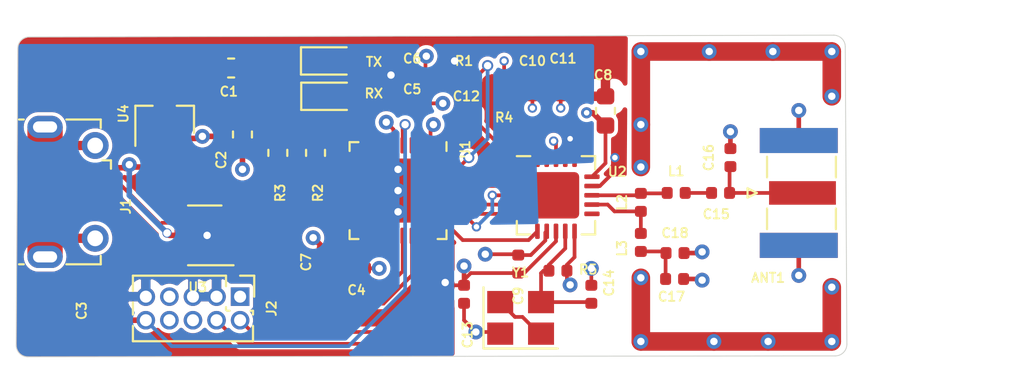
<source format=kicad_pcb>
(kicad_pcb (version 20171130) (host pcbnew "(5.1.5)-3")
  (layers (0 F.Cu signal) (1 In1.Cu signal) (2 In2.Cu signal) (31 B.Cu signal) (34 B.Paste user) (35 F.Paste user) (36 B.SilkS user) (37 F.SilkS user) (38 B.Mask user) (39 F.Mask user) (44 Edge.Cuts user))
  (net 0 "")
  (net 1 GND)
  (net 2 +3V3)
  (net 3 NRST)
  (net 4 "Net-(C12-Pad1)")
  (net 5 NRF_XC1)
  (net 6 NRF_XC2)
  (net 7 "Net-(C15-Pad2)")
  (net 8 "Net-(C17-Pad1)")
  (net 9 "Net-(D1-Pad2)")
  (net 10 "Net-(D1-Pad1)")
  (net 11 "Net-(D2-Pad2)")
  (net 12 "Net-(D2-Pad1)")
  (net 13 +5V)
  (net 14 "Net-(J1-Pad6)")
  (net 15 USB_CONN_D+)
  (net 16 USB_CONN_D-)
  (net 17 SWCLK)
  (net 18 SWDIO)
  (net 19 NRF_ANT2)
  (net 20 NRF_ANT1)
  (net 21 "Net-(R1-Pad1)")
  (net 22 "Net-(R4-Pad2)")
  (net 23 NRF_CE)
  (net 24 SPI3_ICS)
  (net 25 SPI3_MISO)
  (net 26 SPI3_MOSI)
  (net 27 SPI3_SCK)
  (net 28 NRF_IRQ)
  (net 29 USB_D+)
  (net 30 USB_D-)
  (net 31 "Net-(Y1-Pad2)")
  (net 32 "Net-(ANT1-Pad1)")
  (module Crystal:Crystal_SMD_3225-4Pin_3.2x2.5mm (layer F.Cu) (at 103.632 83.439)
    (fp_text reference Y1 (at 0 -2.45) (layer F.SilkS) (effects (font (size 0.5 0.5) (thickness 0.1))))
    (fp_text value 16MHz)
    (pad 1 smd rect (at -1.1 0.85) (size 1.4 1.2) (layers F.Cu F.Paste F.Mask) (net 5 NRF_XC1))
    (pad 2 smd rect (at 1.1 0.85) (size 1.4 1.2) (layers F.Cu F.Paste F.Mask) (net 31 "Net-(Y1-Pad2)"))
    (pad 3 smd rect (at 1.1 -0.85) (size 1.4 1.2) (layers F.Cu F.Paste F.Mask) (net 6 NRF_XC2))
    (pad 4 smd rect (at -1.1 -0.85) (size 1.4 1.2) (layers F.Cu F.Paste F.Mask) (net 31 "Net-(Y1-Pad2)"))
  )
  (module Resistor_SMD:R_0603_1608Metric (layer F.Cu) (at 90.551 74.549 270)
    (fp_text reference R3 (at 2.159 -0.127 90) (layer F.SilkS) (effects (font (size 0.5 0.5) (thickness 0.1))))
    (fp_text value 2K2)
    (pad 1 smd roundrect (at -0.7875 0 270) (size 0.875 0.95) (layers F.Cu F.Paste F.Mask) (net 12 "Net-(D2-Pad1)"))
    (pad 2 smd roundrect (at 0.7875 0 270) (size 0.875 0.95) (layers F.Cu F.Paste F.Mask) (net 1 GND))
  )
  (module Package_TO_SOT_SMD:SOT-23 (layer F.Cu) (at 84.455 72.771 90)
    (fp_text reference U4 (at 0.3335 -2.22 90) (layer F.SilkS) (effects (font (size 0.5 0.5) (thickness 0.1))))
    (fp_text value XC6206PxxxMR)
    (pad 1 smd rect (at -1 -0.95 90) (size 0.9 0.8) (layers F.Cu F.Paste F.Mask) (net 1 GND))
    (pad 2 smd rect (at -1 0.95 90) (size 0.9 0.8) (layers F.Cu F.Paste F.Mask) (net 2 +3V3))
    (pad 3 smd rect (at 1 0 90) (size 0.9 0.8) (layers F.Cu F.Paste F.Mask) (net 13 +5V))
  )
  (module Package_TO_SOT_SMD:SOT-23-6 (layer F.Cu) (at 86.614 78.994 180)
    (fp_text reference U3 (at 0.381 -2.794) (layer F.SilkS) (effects (font (size 0.5 0.5) (thickness 0.1))))
    (fp_text value USBLC6-2SC6)
    (pad 1 smd rect (at -1.1 -0.95 180) (size 1.06 0.65) (layers F.Cu F.Paste F.Mask) (net 29 USB_D+))
    (pad 2 smd rect (at -1.1 0 180) (size 1.06 0.65) (layers F.Cu F.Paste F.Mask) (net 1 GND))
    (pad 3 smd rect (at -1.1 0.95 180) (size 1.06 0.65) (layers F.Cu F.Paste F.Mask) (net 30 USB_D-))
    (pad 4 smd rect (at 1.1 0.95 180) (size 1.06 0.65) (layers F.Cu F.Paste F.Mask) (net 16 USB_CONN_D-))
    (pad 6 smd rect (at 1.1 -0.95 180) (size 1.06 0.65) (layers F.Cu F.Paste F.Mask) (net 15 USB_CONN_D+))
    (pad 5 smd rect (at 1.1 0 180) (size 1.06 0.65) (layers F.Cu F.Paste F.Mask) (net 13 +5V))
  )
  (module Package_DFN_QFN:QFN-20-1EP_4x4mm_P0.5mm_EP2.5x2.5mm (layer F.Cu) (at 105.537 76.835)
    (fp_text reference U2 (at 3.302 -1.27) (layer F.SilkS) (effects (font (size 0.5 0.5) (thickness 0.1))))
    (fp_text value NRF24L01)
    (pad 21 smd roundrect (at 0 0) (size 2.5 2.5) (layers F.Cu F.Mask) (roundrect_rratio 0.1))
    (pad 1 smd roundrect (at -1.9375 -1) (size 0.825 0.25) (layers F.Cu F.Paste F.Mask) (net 23 NRF_CE))
    (pad 2 smd roundrect (at -1.9375 -0.5) (size 0.825 0.25) (layers F.Cu F.Paste F.Mask) (net 24 SPI3_ICS))
    (pad 3 smd roundrect (at -1.9375 0) (size 0.825 0.25) (layers F.Cu F.Paste F.Mask) (net 27 SPI3_SCK))
    (pad 4 smd roundrect (at -1.9375 0.5) (size 0.825 0.25) (layers F.Cu F.Paste F.Mask) (net 26 SPI3_MOSI))
    (pad 5 smd roundrect (at -1.9375 1) (size 0.825 0.25) (layers F.Cu F.Paste F.Mask) (net 25 SPI3_MISO))
    (pad 6 smd roundrect (at -1 1.9375) (size 0.25 0.825) (layers F.Cu F.Paste F.Mask) (net 28 NRF_IRQ))
    (pad 7 smd roundrect (at -0.5 1.9375) (size 0.25 0.825) (layers F.Cu F.Paste F.Mask) (net 2 +3V3))
    (pad 8 smd roundrect (at 0 1.9375) (size 0.25 0.825) (layers F.Cu F.Paste F.Mask) (net 1 GND))
    (pad 9 smd roundrect (at 0.5 1.9375) (size 0.25 0.825) (layers F.Cu F.Paste F.Mask) (net 6 NRF_XC2))
    (pad 10 smd roundrect (at 1 1.9375) (size 0.25 0.825) (layers F.Cu F.Paste F.Mask) (net 5 NRF_XC1))
    (pad 11 smd roundrect (at 1.9375 1) (size 0.825 0.25) (layers F.Cu F.Paste F.Mask))
    (pad 12 smd roundrect (at 1.9375 0.5) (size 0.825 0.25) (layers F.Cu F.Paste F.Mask) (net 20 NRF_ANT1))
    (pad 13 smd roundrect (at 1.9375 0) (size 0.825 0.25) (layers F.Cu F.Paste F.Mask) (net 19 NRF_ANT2))
    (pad 14 smd roundrect (at 1.9375 -0.5) (size 0.825 0.25) (layers F.Cu F.Paste F.Mask) (net 1 GND))
    (pad 15 smd roundrect (at 1.9375 -1) (size 0.825 0.25) (layers F.Cu F.Paste F.Mask) (net 2 +3V3))
    (pad 16 smd roundrect (at 1 -1.9375) (size 0.25 0.825) (layers F.Cu F.Paste F.Mask) (net 22 "Net-(R4-Pad2)"))
    (pad 17 smd roundrect (at 0.5 -1.9375) (size 0.25 0.825) (layers F.Cu F.Paste F.Mask) (net 1 GND))
    (pad 18 smd roundrect (at 0 -1.9375) (size 0.25 0.825) (layers F.Cu F.Paste F.Mask) (net 2 +3V3))
    (pad 19 smd roundrect (at -0.5 -1.9375) (size 0.25 0.825) (layers F.Cu F.Paste F.Mask) (net 4 "Net-(C12-Pad1)"))
    (pad 20 smd roundrect (at -1 -1.9375) (size 0.25 0.825) (layers F.Cu F.Paste F.Mask) (net 1 GND))
  )
  (module Package_DFN_QFN:QFN-32-1EP_5x5mm_P0.5mm_EP3.45x3.45mm (layer F.Cu) (at 97.028 76.581 270)
    (fp_text reference U1 (at -2.2155 -3.6195 90) (layer F.SilkS) (effects (font (size 0.5 0.5) (thickness 0.1))))
    (fp_text value STM32L432KBUx)
    (pad 33 smd roundrect (at 0 0 270) (size 3.45 3.45) (layers F.Cu F.Mask) (roundrect_rratio 0.072464) (net 1 GND))
    (pad 1 smd roundrect (at -2.4375 -1.75 270) (size 0.875 0.25) (layers F.Cu F.Paste F.Mask) (net 2 +3V3))
    (pad 2 smd roundrect (at -2.4375 -1.25 270) (size 0.875 0.25) (layers F.Cu F.Paste F.Mask))
    (pad 3 smd roundrect (at -2.4375 -0.75 270) (size 0.875 0.25) (layers F.Cu F.Paste F.Mask))
    (pad 4 smd roundrect (at -2.4375 -0.25 270) (size 0.875 0.25) (layers F.Cu F.Paste F.Mask) (net 3 NRST))
    (pad 5 smd roundrect (at -2.4375 0.25 270) (size 0.875 0.25) (layers F.Cu F.Paste F.Mask) (net 2 +3V3))
    (pad 6 smd roundrect (at -2.4375 0.75 270) (size 0.875 0.25) (layers F.Cu F.Paste F.Mask))
    (pad 7 smd roundrect (at -2.4375 1.25 270) (size 0.875 0.25) (layers F.Cu F.Paste F.Mask))
    (pad 8 smd roundrect (at -2.4375 1.75 270) (size 0.875 0.25) (layers F.Cu F.Paste F.Mask) (net 11 "Net-(D2-Pad2)"))
    (pad 9 smd roundrect (at -1.75 2.4375 270) (size 0.25 0.875) (layers F.Cu F.Paste F.Mask) (net 9 "Net-(D1-Pad2)"))
    (pad 10 smd roundrect (at -1.25 2.4375 270) (size 0.25 0.875) (layers F.Cu F.Paste F.Mask))
    (pad 11 smd roundrect (at -0.75 2.4375 270) (size 0.25 0.875) (layers F.Cu F.Paste F.Mask))
    (pad 12 smd roundrect (at -0.25 2.4375 270) (size 0.25 0.875) (layers F.Cu F.Paste F.Mask))
    (pad 13 smd roundrect (at 0.25 2.4375 270) (size 0.25 0.875) (layers F.Cu F.Paste F.Mask))
    (pad 14 smd roundrect (at 0.75 2.4375 270) (size 0.25 0.875) (layers F.Cu F.Paste F.Mask))
    (pad 15 smd roundrect (at 1.25 2.4375 270) (size 0.25 0.875) (layers F.Cu F.Paste F.Mask))
    (pad 16 smd roundrect (at 1.75 2.4375 270) (size 0.25 0.875) (layers F.Cu F.Paste F.Mask) (net 1 GND))
    (pad 17 smd roundrect (at 2.4375 1.75 270) (size 0.875 0.25) (layers F.Cu F.Paste F.Mask) (net 2 +3V3))
    (pad 18 smd roundrect (at 2.4375 1.25 270) (size 0.875 0.25) (layers F.Cu F.Paste F.Mask))
    (pad 19 smd roundrect (at 2.4375 0.75 270) (size 0.875 0.25) (layers F.Cu F.Paste F.Mask))
    (pad 20 smd roundrect (at 2.4375 0.25 270) (size 0.875 0.25) (layers F.Cu F.Paste F.Mask))
    (pad 21 smd roundrect (at 2.4375 -0.25 270) (size 0.875 0.25) (layers F.Cu F.Paste F.Mask) (net 30 USB_D-))
    (pad 22 smd roundrect (at 2.4375 -0.75 270) (size 0.875 0.25) (layers F.Cu F.Paste F.Mask) (net 29 USB_D+))
    (pad 23 smd roundrect (at 2.4375 -1.25 270) (size 0.875 0.25) (layers F.Cu F.Paste F.Mask) (net 18 SWDIO))
    (pad 24 smd roundrect (at 2.4375 -1.75 270) (size 0.875 0.25) (layers F.Cu F.Paste F.Mask) (net 17 SWCLK))
    (pad 25 smd roundrect (at 1.75 -2.4375 270) (size 0.25 0.875) (layers F.Cu F.Paste F.Mask) (net 28 NRF_IRQ))
    (pad 26 smd roundrect (at 1.25 -2.4375 270) (size 0.25 0.875) (layers F.Cu F.Paste F.Mask) (net 27 SPI3_SCK))
    (pad 27 smd roundrect (at 0.75 -2.4375 270) (size 0.25 0.875) (layers F.Cu F.Paste F.Mask) (net 25 SPI3_MISO))
    (pad 28 smd roundrect (at 0.25 -2.4375 270) (size 0.25 0.875) (layers F.Cu F.Paste F.Mask) (net 26 SPI3_MOSI))
    (pad 29 smd roundrect (at -0.25 -2.4375 270) (size 0.25 0.875) (layers F.Cu F.Paste F.Mask) (net 24 SPI3_ICS))
    (pad 30 smd roundrect (at -0.75 -2.4375 270) (size 0.25 0.875) (layers F.Cu F.Paste F.Mask) (net 23 NRF_CE))
    (pad 31 smd roundrect (at -1.25 -2.4375 270) (size 0.25 0.875) (layers F.Cu F.Paste F.Mask) (net 21 "Net-(R1-Pad1)"))
    (pad 32 smd roundrect (at -1.75 -2.4375 270) (size 0.25 0.875) (layers F.Cu F.Paste F.Mask) (net 1 GND))
  )
  (module Resistor_SMD:R_0402_1005Metric (layer F.Cu) (at 105.641 80.899)
    (fp_text reference R5 (at 1.628 -0.0635) (layer F.SilkS) (effects (font (size 0.5 0.5) (thickness 0.1))))
    (fp_text value 1M)
    (pad 1 smd roundrect (at -0.485 0) (size 0.59 0.64) (layers F.Cu F.Paste F.Mask) (net 6 NRF_XC2))
    (pad 2 smd roundrect (at 0.485 0) (size 0.59 0.64) (layers F.Cu F.Paste F.Mask) (net 5 NRF_XC1))
  )
  (module Resistor_SMD:R_0402_1005Metric (layer F.Cu) (at 102.743 70.889 270)
    (fp_text reference R4 (at 1.755 0 180) (layer F.SilkS) (effects (font (size 0.5 0.5) (thickness 0.1))))
    (fp_text value 22k)
    (pad 1 smd roundrect (at -0.485 0 270) (size 0.59 0.64) (layers F.Cu F.Paste F.Mask) (net 2 +3V3))
    (pad 2 smd roundrect (at 0.485 0 270) (size 0.59 0.64) (layers F.Cu F.Paste F.Mask) (net 22 "Net-(R4-Pad2)"))
  )
  (module Resistor_SMD:R_0603_1608Metric (layer F.Cu) (at 92.583 74.549 270)
    (fp_text reference R2 (at 2.159 -0.127 90) (layer F.SilkS) (effects (font (size 0.5 0.5) (thickness 0.1))))
    (fp_text value 2K2)
    (pad 1 smd roundrect (at -0.7875 0 270) (size 0.875 0.95) (layers F.Cu F.Paste F.Mask) (net 10 "Net-(D1-Pad1)"))
    (pad 2 smd roundrect (at 0.7875 0 270) (size 0.875 0.95) (layers F.Cu F.Paste F.Mask) (net 1 GND))
  )
  (module Resistor_SMD:R_0402_1005Metric (layer F.Cu) (at 100.584 70.485 180)
    (fp_text reference R1 (at 0 0.889) (layer F.SilkS) (effects (font (size 0.5 0.5) (thickness 0.1))))
    (fp_text value 10K)
    (pad 1 smd roundrect (at -0.485 0 180) (size 0.59 0.64) (layers F.Cu F.Paste F.Mask) (net 21 "Net-(R1-Pad1)"))
    (pad 2 smd roundrect (at 0.485 0 180) (size 0.59 0.64) (layers F.Cu F.Paste F.Mask) (net 1 GND))
  )
  (module Inductor_SMD:L_0402_1005Metric (layer F.Cu) (at 110.109 79.375 90)
    (fp_text reference L3 (at -0.3175 -1.016 90) (layer F.SilkS) (effects (font (size 0.5 0.5) (thickness 0.1))))
    (fp_text value 2h7)
    (pad 1 smd roundrect (at -0.485 0 90) (size 0.59 0.64) (layers F.Cu F.Paste F.Mask) (net 8 "Net-(C17-Pad1)"))
    (pad 2 smd roundrect (at 0.485 0 90) (size 0.59 0.64) (layers F.Cu F.Paste F.Mask) (net 20 NRF_ANT1))
  )
  (module Inductor_SMD:L_0402_1005Metric (layer F.Cu) (at 110.109 77.216 90)
    (fp_text reference L2 (at 0 -1.016 90) (layer F.SilkS) (effects (font (size 0.5 0.5) (thickness 0.1))))
    (fp_text value 8h2)
    (pad 1 smd roundrect (at -0.485 0 90) (size 0.59 0.64) (layers F.Cu F.Paste F.Mask) (net 20 NRF_ANT1))
    (pad 2 smd roundrect (at 0.485 0 90) (size 0.59 0.64) (layers F.Cu F.Paste F.Mask) (net 19 NRF_ANT2))
  )
  (module Inductor_SMD:L_0402_1005Metric (layer F.Cu) (at 112.014 76.708)
    (fp_text reference L1 (at 0 -1.17) (layer F.SilkS) (effects (font (size 0.5 0.5) (thickness 0.1))))
    (fp_text value 3n9)
    (pad 1 smd roundrect (at -0.485 0) (size 0.59 0.64) (layers F.Cu F.Paste F.Mask) (net 19 NRF_ANT2))
    (pad 2 smd roundrect (at 0.485 0) (size 0.59 0.64) (layers F.Cu F.Paste F.Mask) (net 7 "Net-(C15-Pad2)"))
  )
  (module Connector_PinHeader_1.27mm:PinHeader_2x05_P1.27mm_Vertical (layer F.Cu) (at 88.519 82.296 270)
    (fp_text reference J2 (at 0.635 -1.695 90) (layer F.SilkS) (effects (font (size 0.5 0.5) (thickness 0.1))))
    (fp_text value Conn_02x05_Odd_Even)
    (pad 1 thru_hole rect (at 0 0 270) (size 1 1) (drill 0.65) (layers *.Cu *.Mask) (net 2 +3V3))
    (pad 2 thru_hole oval (at 1.27 0 270) (size 1 1) (drill 0.65) (layers *.Cu *.Mask) (net 18 SWDIO))
    (pad 3 thru_hole oval (at 0 1.27 270) (size 1 1) (drill 0.65) (layers *.Cu *.Mask) (net 1 GND))
    (pad 4 thru_hole oval (at 1.27 1.27 270) (size 1 1) (drill 0.65) (layers *.Cu *.Mask) (net 17 SWCLK))
    (pad 5 thru_hole oval (at 0 2.54 270) (size 1 1) (drill 0.65) (layers *.Cu *.Mask) (net 1 GND))
    (pad 6 thru_hole oval (at 1.27 2.54 270) (size 1 1) (drill 0.65) (layers *.Cu *.Mask))
    (pad 7 thru_hole oval (at 0 3.81 270) (size 1 1) (drill 0.65) (layers *.Cu *.Mask))
    (pad 8 thru_hole oval (at 1.27 3.81 270) (size 1 1) (drill 0.65) (layers *.Cu *.Mask))
    (pad 9 thru_hole oval (at 0 5.08 270) (size 1 1) (drill 0.65) (layers *.Cu *.Mask) (net 1 GND))
    (pad 10 thru_hole oval (at 1.27 5.08 270) (size 1 1) (drill 0.65) (layers *.Cu *.Mask) (net 3 NRST))
  )
  (module Connector_USB:USB_Micro-B_Molex-105017-0001 (layer F.Cu) (at 79.248 76.652 270)
    (fp_text reference J1 (at 0.778 -3.1125 90) (layer F.SilkS) (effects (font (size 0.5 0.5) (thickness 0.1))))
    (fp_text value USB_B_Micro)
    (pad 6 smd rect (at 1 1.2375 270) (size 1.5 1.9) (layers F.Cu F.Paste F.Mask) (net 14 "Net-(J1-Pad6)"))
    (pad 6 thru_hole circle (at -2.5 -1.4625 270) (size 1.45 1.45) (drill 0.85) (layers *.Cu *.Mask) (net 14 "Net-(J1-Pad6)"))
    (pad 2 smd rect (at -0.65 -1.4625 270) (size 0.4 1.35) (layers F.Cu F.Paste F.Mask) (net 16 USB_CONN_D-))
    (pad 1 smd rect (at -1.3 -1.4625 270) (size 0.4 1.35) (layers F.Cu F.Paste F.Mask) (net 13 +5V))
    (pad 5 smd rect (at 1.3 -1.4625 270) (size 0.4 1.35) (layers F.Cu F.Paste F.Mask) (net 1 GND))
    (pad 4 smd rect (at 0.65 -1.4625 270) (size 0.4 1.35) (layers F.Cu F.Paste F.Mask))
    (pad 3 smd rect (at 0 -1.4625 270) (size 0.4 1.35) (layers F.Cu F.Paste F.Mask) (net 15 USB_CONN_D+))
    (pad 6 thru_hole circle (at 2.5 -1.4625 270) (size 1.45 1.45) (drill 0.85) (layers *.Cu *.Mask) (net 14 "Net-(J1-Pad6)"))
    (pad 6 smd rect (at -1 1.2375 270) (size 1.5 1.9) (layers F.Cu F.Paste F.Mask) (net 14 "Net-(J1-Pad6)"))
    (pad 6 thru_hole oval (at -3.5 1.2375 90) (size 1.2 1.9) (drill oval 0.6 1.3) (layers *.Cu *.Mask) (net 14 "Net-(J1-Pad6)"))
    (pad 6 thru_hole oval (at 3.5 1.2375 270) (size 1.2 1.9) (drill oval 0.6 1.3) (layers *.Cu *.Mask) (net 14 "Net-(J1-Pad6)"))
    (pad 6 smd rect (at 2.9 1.2375 270) (size 1.2 1.9) (layers F.Cu F.Mask) (net 14 "Net-(J1-Pad6)"))
    (pad 6 smd rect (at -2.9 1.2375 270) (size 1.2 1.9) (layers F.Cu F.Mask) (net 14 "Net-(J1-Pad6)"))
  )
  (module LED_SMD:LED_0603_1608Metric_Pad1.05x0.95mm_HandSolder (layer F.Cu) (at 93.458 69.596)
    (fp_text reference TX (at 2.2746 0.0508) (layer F.SilkS) (effects (font (size 0.5 0.5) (thickness 0.1))))
    (fp_text value YELLOW)
    (pad 1 smd roundrect (at -0.875 0) (size 1.05 0.95) (layers F.Cu F.Paste F.Mask) (net 12 "Net-(D2-Pad1)"))
    (pad 2 smd roundrect (at 0.875 0) (size 1.05 0.95) (layers F.Cu F.Paste F.Mask) (net 11 "Net-(D2-Pad2)"))
  )
  (module LED_SMD:LED_0603_1608Metric_Pad1.05x0.95mm_HandSolder (layer F.Cu) (at 93.472 71.501)
    (fp_text reference RX (at 2.2492 -0.1524) (layer F.SilkS) (effects (font (size 0.5 0.5) (thickness 0.1))))
    (fp_text value GREEN)
    (pad 1 smd roundrect (at -0.875 0) (size 1.05 0.95) (layers F.Cu F.Paste F.Mask) (net 10 "Net-(D1-Pad1)"))
    (pad 2 smd roundrect (at 0.875 0) (size 1.05 0.95) (layers F.Cu F.Paste F.Mask) (net 9 "Net-(D1-Pad2)"))
  )
  (module Capacitor_SMD:C_0402_1005Metric (layer F.Cu) (at 111.9505 79.9465)
    (fp_text reference C18 (at 0 -1.0795) (layer F.SilkS) (effects (font (size 0.5 0.5) (thickness 0.1))))
    (fp_text value 4p7)
    (pad 1 smd roundrect (at -0.485 0) (size 0.59 0.64) (layers F.Cu F.Paste F.Mask) (net 8 "Net-(C17-Pad1)"))
    (pad 2 smd roundrect (at 0.485 0) (size 0.59 0.64) (layers F.Cu F.Paste F.Mask) (net 1 GND))
  )
  (module Capacitor_SMD:C_0402_1005Metric (layer F.Cu) (at 111.9275 81.3435)
    (fp_text reference C17 (at -0.1675 0.9525) (layer F.SilkS) (effects (font (size 0.5 0.5) (thickness 0.1))))
    (fp_text value 2n2)
    (pad 1 smd roundrect (at -0.485 0) (size 0.59 0.64) (layers F.Cu F.Paste F.Mask) (net 8 "Net-(C17-Pad1)"))
    (pad 2 smd roundrect (at 0.485 0) (size 0.59 0.64) (layers F.Cu F.Paste F.Mask) (net 1 GND))
  )
  (module Capacitor_SMD:C_0402_1005Metric (layer F.Cu) (at 114.935 74.803 90)
    (fp_text reference C16 (at 0 -1.17 90) (layer F.SilkS) (effects (font (size 0.5 0.5) (thickness 0.1))))
    (fp_text value 1p)
    (pad 1 smd roundrect (at -0.485 0 90) (size 0.59 0.64) (layers F.Cu F.Paste F.Mask) (net 32 "Net-(ANT1-Pad1)"))
    (pad 2 smd roundrect (at 0.485 0 90) (size 0.59 0.64) (layers F.Cu F.Paste F.Mask) (net 1 GND))
  )
  (module Capacitor_SMD:C_0402_1005Metric (layer F.Cu) (at 114.404 76.708 180)
    (fp_text reference C15 (at 0.231 -1.143) (layer F.SilkS) (effects (font (size 0.5 0.5) (thickness 0.1))))
    (fp_text value 1p5)
    (pad 1 smd roundrect (at -0.485 0 180) (size 0.59 0.64) (layers F.Cu F.Paste F.Mask) (net 32 "Net-(ANT1-Pad1)"))
    (pad 2 smd roundrect (at 0.485 0 180) (size 0.59 0.64) (layers F.Cu F.Paste F.Mask) (net 7 "Net-(C15-Pad2)"))
  )
  (module Capacitor_SMD:C_0402_1005Metric (layer F.Cu) (at 107.442 82.169 90)
    (fp_text reference C14 (at 0.612 0.9525 90) (layer F.SilkS) (effects (font (size 0.5 0.5) (thickness 0.1))))
    (fp_text value 12p)
    (pad 1 smd roundrect (at -0.485 0 90) (size 0.59 0.64) (layers F.Cu F.Paste F.Mask) (net 6 NRF_XC2))
    (pad 2 smd roundrect (at 0.485 0 90) (size 0.59 0.64) (layers F.Cu F.Paste F.Mask) (net 1 GND))
  )
  (module Capacitor_SMD:C_0402_1005Metric (layer F.Cu) (at 100.584 82.169 90)
    (fp_text reference C13 (at -2.182 0.1905 90) (layer F.SilkS) (effects (font (size 0.5 0.5) (thickness 0.1))))
    (fp_text value 12p)
    (pad 1 smd roundrect (at -0.485 0 90) (size 0.59 0.64) (layers F.Cu F.Paste F.Mask) (net 5 NRF_XC1))
    (pad 2 smd roundrect (at 0.485 0 90) (size 0.59 0.64) (layers F.Cu F.Paste F.Mask) (net 1 GND))
  )
  (module Capacitor_SMD:C_0402_1005Metric (layer F.Cu) (at 100.711 72.517 180)
    (fp_text reference C12 (at 0 1.016) (layer F.SilkS) (effects (font (size 0.5 0.5) (thickness 0.1))))
    (fp_text value 33n)
    (pad 1 smd roundrect (at -0.485 0 180) (size 0.59 0.64) (layers F.Cu F.Paste F.Mask) (net 4 "Net-(C12-Pad1)"))
    (pad 2 smd roundrect (at 0.485 0 180) (size 0.59 0.64) (layers F.Cu F.Paste F.Mask) (net 1 GND))
  )
  (module Capacitor_SMD:C_0402_1005Metric (layer F.Cu) (at 105.791 70.993 90)
    (fp_text reference C11 (at 1.524 0.127 180) (layer F.SilkS) (effects (font (size 0.5 0.5) (thickness 0.1))))
    (fp_text value 100n)
    (pad 1 smd roundrect (at -0.485 0 90) (size 0.59 0.64) (layers F.Cu F.Paste F.Mask) (net 2 +3V3))
    (pad 2 smd roundrect (at 0.485 0 90) (size 0.59 0.64) (layers F.Cu F.Paste F.Mask) (net 1 GND))
  )
  (module Capacitor_SMD:C_0402_1005Metric (layer F.Cu) (at 104.267 70.993 90)
    (fp_text reference C10 (at 1.397 0 180) (layer F.SilkS) (effects (font (size 0.5 0.5) (thickness 0.1))))
    (fp_text value 10n)
    (pad 1 smd roundrect (at -0.485 0 90) (size 0.59 0.64) (layers F.Cu F.Paste F.Mask) (net 2 +3V3))
    (pad 2 smd roundrect (at 0.485 0 90) (size 0.59 0.64) (layers F.Cu F.Paste F.Mask) (net 1 GND))
  )
  (module Capacitor_SMD:C_0402_1005Metric (layer F.Cu) (at 103.505 80.541 270)
    (fp_text reference C9 (at 1.7145 0 90) (layer F.SilkS) (effects (font (size 0.5 0.5) (thickness 0.1))))
    (fp_text value 10n)
    (pad 1 smd roundrect (at -0.485 0 270) (size 0.59 0.64) (layers F.Cu F.Paste F.Mask) (net 2 +3V3))
    (pad 2 smd roundrect (at 0.485 0 270) (size 0.59 0.64) (layers F.Cu F.Paste F.Mask) (net 1 GND))
  )
  (module Capacitor_SMD:C_0603_1608Metric (layer F.Cu) (at 108.204 72.2885 90)
    (fp_text reference C8 (at 1.9305 -0.127 180) (layer F.SilkS) (effects (font (size 0.5 0.5) (thickness 0.1))))
    (fp_text value 10u)
    (pad 1 smd roundrect (at -0.7875 0 90) (size 0.875 0.95) (layers F.Cu F.Paste F.Mask) (net 2 +3V3))
    (pad 2 smd roundrect (at 0.7875 0 90) (size 0.875 0.95) (layers F.Cu F.Paste F.Mask) (net 1 GND))
  )
  (module Capacitor_SMD:C_0402_1005Metric (layer F.Cu) (at 92.964 80.287 270)
    (fp_text reference C7 (at 0.15 0.889 90) (layer F.SilkS) (effects (font (size 0.5 0.5) (thickness 0.1))))
    (fp_text value 100n)
    (pad 1 smd roundrect (at -0.485 0 270) (size 0.59 0.64) (layers F.Cu F.Paste F.Mask) (net 2 +3V3))
    (pad 2 smd roundrect (at 0.485 0 270) (size 0.59 0.64) (layers F.Cu F.Paste F.Mask) (net 1 GND))
  )
  (module Capacitor_SMD:C_0402_1005Metric (layer F.Cu) (at 98.021 70.358 180)
    (fp_text reference C6 (at 0.231 0.889) (layer F.SilkS) (effects (font (size 0.5 0.5) (thickness 0.1))))
    (fp_text value 100n)
    (pad 1 smd roundrect (at -0.485 0 180) (size 0.59 0.64) (layers F.Cu F.Paste F.Mask) (net 2 +3V3))
    (pad 2 smd roundrect (at 0.485 0 180) (size 0.59 0.64) (layers F.Cu F.Paste F.Mask) (net 1 GND))
  )
  (module Capacitor_SMD:C_0402_1005Metric (layer F.Cu) (at 98.044 71.882 180)
    (fp_text reference C5 (at 0.254 0.762) (layer F.SilkS) (effects (font (size 0.5 0.5) (thickness 0.1))))
    (fp_text value 100n)
    (pad 2 smd roundrect (at 0.485 0 180) (size 0.59 0.64) (layers F.Cu F.Paste F.Mask) (net 1 GND))
    (pad 1 smd roundrect (at -0.485 0 180) (size 0.59 0.64) (layers F.Cu F.Paste F.Mask) (net 2 +3V3))
  )
  (module Capacitor_SMD:C_0402_1005Metric (layer F.Cu) (at 94.7928 80.772 180)
    (fp_text reference C4 (at 0 -1.17) (layer F.SilkS) (effects (font (size 0.5 0.5) (thickness 0.1))))
    (fp_text value 1u)
    (pad 1 smd roundrect (at -0.485 0 180) (size 0.59 0.64) (layers F.Cu F.Paste F.Mask) (net 2 +3V3))
    (pad 2 smd roundrect (at 0.485 0 180) (size 0.59 0.64) (layers F.Cu F.Paste F.Mask) (net 1 GND))
  )
  (module Capacitor_SMD:C_0402_1005Metric (layer F.Cu) (at 81.153 83.058 90)
    (fp_text reference C3 (at 0 -1.17 90) (layer F.SilkS) (effects (font (size 0.5 0.5) (thickness 0.1))))
    (fp_text value 100n)
    (pad 1 smd roundrect (at -0.485 0 90) (size 0.59 0.64) (layers F.Cu F.Paste F.Mask) (net 3 NRST))
    (pad 2 smd roundrect (at 0.485 0 90) (size 0.59 0.64) (layers F.Cu F.Paste F.Mask) (net 1 GND))
  )
  (module Capacitor_SMD:C_0603_1608Metric (layer F.Cu) (at 88.646 73.5585 90)
    (fp_text reference C2 (at -1.3715 -1.143 90) (layer F.SilkS) (effects (font (size 0.5 0.5) (thickness 0.1))))
    (fp_text value 10u)
    (pad 1 smd roundrect (at -0.7875 0 90) (size 0.875 0.95) (layers F.Cu F.Paste F.Mask) (net 2 +3V3))
    (pad 2 smd roundrect (at 0.7875 0 90) (size 0.875 0.95) (layers F.Cu F.Paste F.Mask) (net 1 GND))
  )
  (module Capacitor_SMD:C_0603_1608Metric (layer F.Cu) (at 88.0365 69.977)
    (fp_text reference C1 (at -0.127 1.27) (layer F.SilkS) (effects (font (size 0.5 0.5) (thickness 0.1))))
    (fp_text value 10u)
    (pad 1 smd roundrect (at -0.7875 0) (size 0.875 0.95) (layers F.Cu F.Paste F.Mask) (net 13 +5V))
    (pad 2 smd roundrect (at 0.7875 0) (size 0.875 0.95) (layers F.Cu F.Paste F.Mask) (net 1 GND))
  )
  (module Connector_Coaxial:SMA_Samtec_SMA-J-P-X-ST-EM1_EdgeMount (layer F.Cu) (at 118.618 76.708 90)
    (fp_text reference ANT1 (at -4.572 -1.651 180) (layer F.SilkS) (effects (font (size 0.5 0.5) (thickness 0.1))))
    (fp_text value SMA)
    (pad 2 smd rect (at -2.825 0 90) (size 1.35 4.2) (layers B.Cu B.Paste B.Mask) (net 1 GND))
    (pad 2 smd rect (at 2.825 0 90) (size 1.35 4.2) (layers B.Cu B.Paste B.Mask) (net 1 GND))
    (pad 2 smd rect (at -2.825 0 90) (size 1.35 4.2) (layers F.Cu F.Paste F.Mask) (net 1 GND))
    (pad 2 smd rect (at 2.825 0 90) (size 1.35 4.2) (layers F.Cu F.Paste F.Mask) (net 1 GND))
    (pad 1 smd rect (at 0 0.2 90) (size 1.27 3.6) (layers F.Cu F.Paste F.Mask) (net 32 "Net-(ANT1-Pad1)"))
  )
  (gr_arc (start 120.4976 68.834) (end 121.123002 68.834) (angle -90) (layer Edge.Cuts) (width 0.05))
  (gr_arc (start 120.583398 84.8614) (end 120.583398 85.486802) (angle -90) (layer Edge.Cuts) (width 0.05))
  (gr_arc (start 77.1652 68.926002) (end 77.1652 68.3006) (angle -90) (layer Edge.Cuts) (width 0.05))
  (gr_arc (start 77.079402 84.9122) (end 76.454 84.9122) (angle -90) (layer Edge.Cuts) (width 0.05))
  (gr_line (start 77.079402 85.537602) (end 120.583398 85.486802) (layer Edge.Cuts) (width 0.05))
  (gr_line (start 77.1652 68.3006) (end 120.4976 68.208598) (layer Edge.Cuts) (width 0.05))
  (gr_line (start 121.123002 68.834) (end 121.2088 84.8614) (layer Edge.Cuts) (width 0.05))
  (gr_line (start 76.539798 68.926002) (end 76.454 84.9122) (layer Edge.Cuts) (width 0.05))
  (via (at 86.741 78.994) (size 0.6) (drill 0.4) (layers F.Cu B.Cu) (net 1))
  (segment (start 87.714 78.994) (end 86.741 78.994) (width 0.3) (layer F.Cu) (net 1))
  (via (at 96.647 70.358) (size 0.8) (drill 0.4) (layers F.Cu B.Cu) (net 1))
  (segment (start 97.536 70.358) (end 96.647 70.358) (width 0.2) (layer F.Cu) (net 1))
  (via (at 100.076 69.596) (size 0.8) (drill 0.4) (layers F.Cu B.Cu) (net 1))
  (segment (start 100.099 70.485) (end 100.099 69.619) (width 0.2) (layer F.Cu) (net 1))
  (segment (start 100.099 69.619) (end 100.076 69.596) (width 0.2) (layer F.Cu) (net 1))
  (via (at 97.028 76.581) (size 0.8) (drill 0.4) (layers F.Cu B.Cu) (net 1))
  (via (at 97.028 75.438) (size 0.8) (drill 0.4) (layers F.Cu B.Cu) (net 1))
  (via (at 97.028 77.724) (size 0.8) (drill 0.4) (layers F.Cu B.Cu) (net 1))
  (via (at 106.299 73.787) (size 0.5) (drill 0.3) (layers F.Cu B.Cu) (net 1))
  (segment (start 106.037 74.049) (end 106.299 73.787) (width 0.2) (layer F.Cu) (net 1))
  (segment (start 106.037 74.8975) (end 106.037 74.049) (width 0.2) (layer F.Cu) (net 1))
  (via (at 108.712 74.803) (size 0.5) (drill 0.3) (layers F.Cu B.Cu) (net 1))
  (segment (start 108.712 75.522668) (end 108.712 75.156553) (width 0.2) (layer F.Cu) (net 1))
  (segment (start 108.712 75.156553) (end 108.712 74.803) (width 0.2) (layer F.Cu) (net 1))
  (segment (start 107.899668 76.335) (end 108.712 75.522668) (width 0.2) (layer F.Cu) (net 1))
  (segment (start 107.4745 76.335) (end 107.899668 76.335) (width 0.2) (layer F.Cu) (net 1))
  (segment (start 103.185 81.026) (end 103.505 81.026) (width 0.2) (layer F.Cu) (net 1))
  (segment (start 100.947 81.026) (end 103.185 81.026) (width 0.2) (layer F.Cu) (net 1))
  (segment (start 100.584 81.389) (end 100.947 81.026) (width 0.2) (layer F.Cu) (net 1))
  (segment (start 100.584 81.684) (end 100.584 81.389) (width 0.2) (layer F.Cu) (net 1))
  (segment (start 103.825 81.026) (end 103.505 81.026) (width 0.2) (layer F.Cu) (net 1))
  (segment (start 105.537 79.314) (end 103.825 81.026) (width 0.2) (layer F.Cu) (net 1))
  (segment (start 105.537 78.7725) (end 105.537 79.314) (width 0.2) (layer F.Cu) (net 1))
  (via (at 99.568 81.534) (size 0.8) (drill 0.4) (layers F.Cu B.Cu) (net 1))
  (via (at 107.442 80.772) (size 0.8) (drill 0.4) (layers F.Cu B.Cu) (net 1))
  (segment (start 107.442 81.684) (end 107.442 80.772) (width 0.2) (layer F.Cu) (net 1))
  (segment (start 99.718 81.684) (end 99.568 81.534) (width 0.2) (layer F.Cu) (net 1))
  (segment (start 100.584 81.684) (end 99.718 81.684) (width 0.2) (layer F.Cu) (net 1))
  (segment (start 112.4125 79.9695) (end 112.4355 79.9465) (width 0.2) (layer F.Cu) (net 1))
  (via (at 100.584 80.645) (size 0.8) (drill 0.4) (layers F.Cu B.Cu) (net 1))
  (segment (start 100.584 81.684) (end 100.584 80.645) (width 0.25) (layer F.Cu) (net 1))
  (via (at 113.411 81.407) (size 0.8) (drill 0.4) (layers F.Cu B.Cu) (net 1))
  (via (at 113.411 79.883) (size 0.8) (drill 0.4) (layers F.Cu B.Cu) (net 1))
  (via (at 114.935 73.406) (size 0.8) (drill 0.4) (layers F.Cu B.Cu) (net 1))
  (via (at 118.618 72.263) (size 0.8) (drill 0.4) (layers F.Cu B.Cu) (net 1))
  (segment (start 113.3475 81.3435) (end 113.411 81.407) (width 0.25) (layer F.Cu) (net 1))
  (segment (start 112.4125 81.3435) (end 113.3475 81.3435) (width 0.25) (layer F.Cu) (net 1))
  (segment (start 113.3475 79.9465) (end 113.411 79.883) (width 0.25) (layer F.Cu) (net 1))
  (segment (start 112.4355 79.9465) (end 113.3475 79.9465) (width 0.25) (layer F.Cu) (net 1))
  (segment (start 114.935 74.318) (end 114.935 73.406) (width 0.25) (layer F.Cu) (net 1))
  (segment (start 118.618 73.883) (end 118.618 72.263) (width 0.25) (layer F.Cu) (net 1))
  (via (at 118.618 81.153) (size 0.8) (drill 0.4) (layers F.Cu B.Cu) (net 1))
  (segment (start 118.618 79.533) (end 118.618 81.153) (width 0.25) (layer F.Cu) (net 1))
  (via (at 110.109 75.311) (size 0.8) (drill 0.4) (layers F.Cu B.Cu) (net 1))
  (via (at 110.109 73.025) (size 0.8) (drill 0.4) (layers F.Cu B.Cu) (net 1))
  (via (at 110.109 69.088) (size 0.8) (drill 0.4) (layers F.Cu B.Cu) (net 1))
  (via (at 113.792 69.088) (size 0.8) (drill 0.4) (layers F.Cu B.Cu) (net 1))
  (via (at 117.221 69.088) (size 0.8) (drill 0.4) (layers F.Cu B.Cu) (net 1))
  (via (at 120.396 69.088) (size 0.8) (drill 0.4) (layers F.Cu B.Cu) (net 1))
  (via (at 120.396 71.501) (size 0.8) (drill 0.4) (layers F.Cu B.Cu) (net 1))
  (via (at 120.396 81.788) (size 0.8) (drill 0.4) (layers F.Cu B.Cu) (net 1))
  (via (at 120.396 84.709) (size 0.8) (drill 0.4) (layers F.Cu B.Cu) (net 1))
  (via (at 116.967 84.709) (size 0.8) (drill 0.4) (layers F.Cu B.Cu) (net 1))
  (via (at 114.046 84.709) (size 0.8) (drill 0.4) (layers F.Cu B.Cu) (net 1))
  (via (at 110.109 84.709) (size 0.8) (drill 0.4) (layers F.Cu B.Cu) (net 1))
  (via (at 110.109 81.28) (size 0.8) (drill 0.4) (layers F.Cu B.Cu) (net 1))
  (segment (start 110.109 75.311) (end 110.109 73.025) (width 1) (layer F.Cu) (net 1))
  (segment (start 120.396 71.501) (end 120.396 69.088) (width 1) (layer F.Cu) (net 1))
  (segment (start 110.109 73.025) (end 110.109 69.088) (width 1) (layer F.Cu) (net 1))
  (segment (start 110.109 69.088) (end 113.792 69.088) (width 1) (layer F.Cu) (net 1))
  (segment (start 113.792 69.088) (end 117.221 69.088) (width 1) (layer F.Cu) (net 1))
  (segment (start 117.221 69.088) (end 120.396 69.088) (width 1) (layer F.Cu) (net 1))
  (segment (start 110.109 81.28) (end 110.109 84.709) (width 1) (layer F.Cu) (net 1))
  (segment (start 110.109 84.709) (end 114.046 84.709) (width 1) (layer F.Cu) (net 1))
  (segment (start 114.046 84.709) (end 116.967 84.709) (width 1) (layer F.Cu) (net 1))
  (segment (start 116.967 84.709) (end 120.396 84.709) (width 1) (layer F.Cu) (net 1))
  (segment (start 120.396 84.709) (end 120.396 81.788) (width 1) (layer F.Cu) (net 1))
  (via (at 86.487 73.66) (size 0.8) (drill 0.4) (layers F.Cu B.Cu) (net 2))
  (segment (start 85.405 73.771) (end 86.376 73.771) (width 0.3) (layer F.Cu) (net 2))
  (segment (start 86.376 73.771) (end 86.487 73.66) (width 0.3) (layer F.Cu) (net 2))
  (via (at 88.646 75.438) (size 0.8) (drill 0.4) (layers F.Cu B.Cu) (net 2))
  (segment (start 88.646 74.346) (end 88.646 75.438) (width 0.3) (layer F.Cu) (net 2))
  (segment (start 95.2778 79.0187) (end 95.278 79.0185) (width 0.2) (layer F.Cu) (net 2))
  (via (at 92.456 79.121) (size 0.8) (drill 0.4) (layers F.Cu B.Cu) (net 2))
  (segment (start 92.964 79.629) (end 92.456 79.121) (width 0.3) (layer F.Cu) (net 2))
  (segment (start 92.964 79.802) (end 92.964 79.629) (width 0.3) (layer F.Cu) (net 2))
  (segment (start 95.278 80.7718) (end 95.2778 80.772) (width 0.2) (layer F.Cu) (net 2))
  (segment (start 95.278 79.0185) (end 95.278 80.7718) (width 0.2) (layer F.Cu) (net 2))
  (via (at 96.012 80.772) (size 0.8) (drill 0.4) (layers F.Cu B.Cu) (net 2))
  (segment (start 95.2778 80.772) (end 96.012 80.772) (width 0.2) (layer F.Cu) (net 2))
  (via (at 98.933 73.025) (size 0.8) (drill 0.4) (layers F.Cu B.Cu) (net 2))
  (segment (start 98.778 74.1435) (end 98.778 73.18) (width 0.2) (layer F.Cu) (net 2))
  (segment (start 98.778 73.18) (end 98.933 73.025) (width 0.2) (layer F.Cu) (net 2))
  (via (at 99.441 71.882) (size 0.8) (drill 0.4) (layers F.Cu B.Cu) (net 2))
  (segment (start 98.529 71.882) (end 99.441 71.882) (width 0.2) (layer F.Cu) (net 2))
  (via (at 98.552 69.342) (size 0.8) (drill 0.4) (layers F.Cu B.Cu) (net 2))
  (segment (start 98.506 70.358) (end 98.506 69.388) (width 0.2) (layer F.Cu) (net 2))
  (segment (start 98.506 69.388) (end 98.552 69.342) (width 0.2) (layer F.Cu) (net 2))
  (segment (start 96.778 74.1435) (end 96.778 73.283) (width 0.2) (layer F.Cu) (net 2))
  (via (at 96.393 72.898) (size 0.8) (drill 0.4) (layers F.Cu B.Cu) (net 2))
  (segment (start 96.778 73.283) (end 96.393 72.898) (width 0.2) (layer F.Cu) (net 2))
  (via (at 105.41 73.914) (size 0.5) (drill 0.3) (layers F.Cu B.Cu) (net 2))
  (via (at 105.791 72.136) (size 0.5) (drill 0.3) (layers F.Cu B.Cu) (net 2))
  (via (at 104.267 72.136) (size 0.5) (drill 0.3) (layers F.Cu B.Cu) (net 2))
  (segment (start 105.537 74.041) (end 105.41 73.914) (width 0.2) (layer F.Cu) (net 2))
  (segment (start 105.537 74.8975) (end 105.537 74.041) (width 0.2) (layer F.Cu) (net 2))
  (segment (start 104.267 72.136) (end 104.267 71.478) (width 0.2) (layer F.Cu) (net 2))
  (segment (start 105.791 72.136) (end 105.791 71.478) (width 0.2) (layer F.Cu) (net 2))
  (via (at 102.743 69.596) (size 0.5) (drill 0.3) (layers F.Cu B.Cu) (net 2))
  (segment (start 102.743 70.404) (end 102.743 69.596) (width 0.2) (layer F.Cu) (net 2))
  (segment (start 108.204 75.1055) (end 108.204 73.076) (width 0.2) (layer F.Cu) (net 2))
  (segment (start 107.4745 75.835) (end 108.204 75.1055) (width 0.2) (layer F.Cu) (net 2))
  (via (at 107.188 72.39) (size 0.6) (drill 0.3) (layers F.Cu B.Cu) (net 2))
  (segment (start 108.204 73.076) (end 107.874 73.076) (width 0.2) (layer F.Cu) (net 2))
  (segment (start 107.518 72.39) (end 108.204 73.076) (width 0.3) (layer F.Cu) (net 2))
  (segment (start 107.188 72.39) (end 107.518 72.39) (width 0.3) (layer F.Cu) (net 2))
  (segment (start 104.96201 78.84749) (end 105.037 78.7725) (width 0.2) (layer F.Cu) (net 2))
  (segment (start 104.96201 79.272658) (end 104.96201 78.84749) (width 0.2) (layer F.Cu) (net 2))
  (segment (start 103.505 80.056) (end 104.178668 80.056) (width 0.2) (layer F.Cu) (net 2))
  (segment (start 104.178668 80.056) (end 104.96201 79.272658) (width 0.2) (layer F.Cu) (net 2))
  (via (at 101.727 80.01) (size 0.8) (drill 0.4) (layers F.Cu B.Cu) (net 2))
  (segment (start 103.459 80.01) (end 103.505 80.056) (width 0.2) (layer F.Cu) (net 2))
  (segment (start 101.727 80.01) (end 103.459 80.01) (width 0.2) (layer F.Cu) (net 2))
  (segment (start 87.96 73.66) (end 88.646 74.346) (width 0.3) (layer F.Cu) (net 2))
  (segment (start 86.487 73.66) (end 87.96 73.66) (width 0.3) (layer F.Cu) (net 2))
  (via (at 97.409 73.025) (size 0.6) (drill 0.4) (layers F.Cu B.Cu) (net 3))
  (segment (start 97.278 74.1435) (end 97.278 73.156) (width 0.2) (layer F.Cu) (net 3))
  (segment (start 97.278 73.156) (end 97.409 73.025) (width 0.2) (layer F.Cu) (net 3))
  (segment (start 97.409 73.025) (end 97.409 81.915) (width 0.2) (layer B.Cu) (net 3))
  (segment (start 97.409 81.915) (end 94.361 84.963) (width 0.2) (layer B.Cu) (net 3))
  (segment (start 84.836 84.963) (end 83.439 83.566) (width 0.2) (layer B.Cu) (net 3))
  (segment (start 94.361 84.963) (end 84.836 84.963) (width 0.2) (layer B.Cu) (net 3))
  (segment (start 81.176 83.566) (end 81.153 83.543) (width 0.3) (layer F.Cu) (net 3))
  (segment (start 83.439 83.566) (end 81.176 83.566) (width 0.3) (layer F.Cu) (net 3))
  (segment (start 101.196 72.837) (end 102.273 73.914) (width 0.2) (layer F.Cu) (net 4))
  (segment (start 101.196 72.517) (end 101.196 72.837) (width 0.2) (layer F.Cu) (net 4))
  (segment (start 105.037 74.472332) (end 105.037 74.485) (width 0.2) (layer F.Cu) (net 4))
  (segment (start 105.037 74.485) (end 105.037 74.8975) (width 0.2) (layer F.Cu) (net 4))
  (segment (start 104.478668 73.914) (end 105.037 74.472332) (width 0.2) (layer F.Cu) (net 4))
  (segment (start 102.273 73.914) (end 104.478668 73.914) (width 0.2) (layer F.Cu) (net 4))
  (segment (start 106.537 79.185) (end 106.537 78.7725) (width 0.2) (layer F.Cu) (net 5))
  (segment (start 106.126 80.579) (end 106.537 80.168) (width 0.2) (layer F.Cu) (net 5))
  (segment (start 106.537 80.168) (end 106.537 79.185) (width 0.2) (layer F.Cu) (net 5))
  (segment (start 106.126 80.899) (end 106.126 80.579) (width 0.2) (layer F.Cu) (net 5))
  (via (at 101.219 84.201) (size 0.8) (drill 0.4) (layers F.Cu B.Cu) (net 5))
  (via (at 106.299 81.661) (size 0.8) (drill 0.4) (layers F.Cu B.Cu) (net 5))
  (segment (start 106.126 80.899) (end 106.126 81.488) (width 0.2) (layer F.Cu) (net 5))
  (segment (start 106.126 81.488) (end 106.299 81.661) (width 0.2) (layer F.Cu) (net 5))
  (segment (start 100.584 83.566) (end 101.219 84.201) (width 0.2) (layer F.Cu) (net 5))
  (segment (start 100.584 82.654) (end 100.584 83.566) (width 0.2) (layer F.Cu) (net 5))
  (segment (start 102.444 84.201) (end 102.532 84.289) (width 0.2) (layer F.Cu) (net 5))
  (segment (start 101.219 84.201) (end 102.444 84.201) (width 0.2) (layer F.Cu) (net 5))
  (segment (start 107.377 82.589) (end 107.442 82.654) (width 0.2) (layer F.Cu) (net 6))
  (segment (start 104.732 82.589) (end 107.377 82.589) (width 0.2) (layer F.Cu) (net 6))
  (segment (start 104.861 80.899) (end 105.156 80.899) (width 0.2) (layer F.Cu) (net 6))
  (segment (start 104.732 81.028) (end 104.861 80.899) (width 0.2) (layer F.Cu) (net 6))
  (segment (start 104.732 82.589) (end 104.732 81.028) (width 0.2) (layer F.Cu) (net 6))
  (segment (start 106.037 79.185) (end 106.037 78.7725) (width 0.2) (layer F.Cu) (net 6))
  (segment (start 106.037 79.698) (end 106.037 79.185) (width 0.2) (layer F.Cu) (net 6))
  (segment (start 105.156 80.579) (end 106.037 79.698) (width 0.2) (layer F.Cu) (net 6))
  (segment (start 105.156 80.899) (end 105.156 80.579) (width 0.2) (layer F.Cu) (net 6))
  (segment (start 112.499 76.708) (end 113.919 76.708) (width 0.2) (layer F.Cu) (net 7))
  (segment (start 111.379 79.86) (end 111.4655 79.9465) (width 0.2) (layer F.Cu) (net 8))
  (segment (start 110.109 79.86) (end 111.379 79.86) (width 0.2) (layer F.Cu) (net 8))
  (segment (start 111.4425 79.9695) (end 111.4655 79.9465) (width 0.2) (layer F.Cu) (net 8))
  (segment (start 111.4425 81.3435) (end 111.4425 79.9695) (width 0.2) (layer F.Cu) (net 8))
  (segment (start 94.5905 71.7445) (end 94.347 71.501) (width 0.2) (layer F.Cu) (net 9))
  (segment (start 94.5905 74.831) (end 94.5905 71.7445) (width 0.2) (layer F.Cu) (net 9))
  (segment (start 92.583 71.515) (end 92.597 71.501) (width 0.2) (layer F.Cu) (net 10))
  (segment (start 92.583 73.7615) (end 92.583 71.515) (width 0.2) (layer F.Cu) (net 10))
  (segment (start 95.278 73.706) (end 95.278 74.1435) (width 0.2) (layer F.Cu) (net 11))
  (segment (start 94.858 69.596) (end 95.278 70.016) (width 0.2) (layer F.Cu) (net 11))
  (segment (start 95.278 70.016) (end 95.278 73.706) (width 0.2) (layer F.Cu) (net 11))
  (segment (start 94.333 69.596) (end 94.858 69.596) (width 0.2) (layer F.Cu) (net 11))
  (segment (start 92.058 69.596) (end 92.583 69.596) (width 0.2) (layer F.Cu) (net 12))
  (segment (start 90.551 71.103) (end 92.058 69.596) (width 0.2) (layer F.Cu) (net 12))
  (segment (start 90.551 73.7615) (end 90.551 71.103) (width 0.2) (layer F.Cu) (net 12))
  (segment (start 84.455 71.771) (end 84.455 74.676) (width 0.3) (layer F.Cu) (net 13))
  (via (at 84.582 78.867) (size 0.5) (drill 0.4) (layers F.Cu B.Cu) (net 13))
  (segment (start 85.514 78.994) (end 84.709 78.994) (width 0.3) (layer F.Cu) (net 13))
  (via (at 82.55 75.184) (size 0.8) (drill 0.4) (layers F.Cu B.Cu) (net 13))
  (segment (start 82.342 75.392) (end 82.423 75.311) (width 0.3) (layer F.Cu) (net 13))
  (segment (start 83.82 75.311) (end 84.455 74.676) (width 0.3) (layer F.Cu) (net 13))
  (segment (start 85.499 69.977) (end 84.455 71.021) (width 0.3) (layer F.Cu) (net 13))
  (segment (start 84.455 71.021) (end 84.455 71.771) (width 0.3) (layer F.Cu) (net 13))
  (segment (start 87.249 69.977) (end 85.499 69.977) (width 0.3) (layer F.Cu) (net 13))
  (segment (start 82.382 75.352) (end 82.423 75.311) (width 0.3) (layer F.Cu) (net 13))
  (segment (start 80.645 75.352) (end 82.382 75.352) (width 0.3) (layer F.Cu) (net 13))
  (segment (start 82.423 75.311) (end 83.82 75.311) (width 0.3) (layer F.Cu) (net 13))
  (segment (start 82.55 76.835) (end 84.582 78.867) (width 0.3) (layer B.Cu) (net 13))
  (segment (start 82.55 75.184) (end 82.55 76.835) (width 0.3) (layer B.Cu) (net 13))
  (segment (start 78.945 74.152) (end 77.945 73.152) (width 0.5) (layer F.Cu) (net 14))
  (segment (start 80.645 74.152) (end 78.945 74.152) (width 0.5) (layer F.Cu) (net 14))
  (segment (start 78.945 79.152) (end 77.945 80.152) (width 0.5) (layer F.Cu) (net 14))
  (segment (start 80.645 79.152) (end 78.945 79.152) (width 0.5) (layer F.Cu) (net 14))
  (segment (start 77.945 79.552) (end 77.945 77.652) (width 0.5) (layer F.Cu) (net 14))
  (segment (start 77.945 77.652) (end 77.945 75.652) (width 0.5) (layer F.Cu) (net 14))
  (segment (start 77.945 75.652) (end 77.945 73.152) (width 0.5) (layer F.Cu) (net 14))
  (segment (start 85.514 79.944) (end 85.309 79.944) (width 0.2) (layer F.Cu) (net 15))
  (segment (start 84.519999 79.619001) (end 84.031999 79.131001) (width 0.2) (layer F.Cu) (net 15))
  (segment (start 84.984001 79.619001) (end 84.519999 79.619001) (width 0.2) (layer F.Cu) (net 15))
  (segment (start 85.309 79.944) (end 84.984001 79.619001) (width 0.2) (layer F.Cu) (net 15))
  (segment (start 84.031999 79.131001) (end 84.031999 78.924553) (width 0.2) (layer F.Cu) (net 15))
  (segment (start 81.684446 76.577) (end 81.195 76.577) (width 0.2) (layer F.Cu) (net 15))
  (segment (start 84.031999 78.924553) (end 81.684446 76.577) (width 0.2) (layer F.Cu) (net 15))
  (segment (start 81.195 76.577) (end 81.12 76.652) (width 0.2) (layer F.Cu) (net 15))
  (segment (start 81.12 76.652) (end 80.645 76.652) (width 0.2) (layer F.Cu) (net 15))
  (segment (start 85.309 78.044) (end 85.036001 78.316999) (width 0.2) (layer F.Cu) (net 16))
  (segment (start 85.514 78.044) (end 85.309 78.044) (width 0.2) (layer F.Cu) (net 16))
  (segment (start 84.317999 78.316999) (end 84.224776 78.410222) (width 0.2) (layer F.Cu) (net 16))
  (segment (start 85.036001 78.316999) (end 84.317999 78.316999) (width 0.2) (layer F.Cu) (net 16))
  (segment (start 81.195 76.077) (end 81.12 76.002) (width 0.2) (layer F.Cu) (net 16))
  (segment (start 81.12 76.002) (end 80.645 76.002) (width 0.2) (layer F.Cu) (net 16))
  (segment (start 81.891554 76.077) (end 81.195 76.077) (width 0.2) (layer F.Cu) (net 16))
  (segment (start 84.224776 78.410222) (end 81.891554 76.077) (width 0.2) (layer F.Cu) (net 16))
  (segment (start 98.903 79.1435) (end 98.903 83.215) (width 0.2) (layer F.Cu) (net 17))
  (segment (start 98.778 79.0185) (end 98.903 79.1435) (width 0.2) (layer F.Cu) (net 17))
  (segment (start 98.903 83.215) (end 97.282 84.836) (width 0.2) (layer F.Cu) (net 17))
  (segment (start 88.519 84.836) (end 87.249 83.566) (width 0.2) (layer F.Cu) (net 17))
  (segment (start 97.282 84.836) (end 88.519 84.836) (width 0.2) (layer F.Cu) (net 17))
  (segment (start 98.278 79.0185) (end 98.278 83.18599) (width 0.2) (layer F.Cu) (net 18))
  (segment (start 98.278 83.18599) (end 97.26299 84.201) (width 0.2) (layer F.Cu) (net 18))
  (segment (start 89.154 84.201) (end 88.519 83.566) (width 0.2) (layer F.Cu) (net 18))
  (segment (start 97.26299 84.201) (end 89.154 84.201) (width 0.2) (layer F.Cu) (net 18))
  (segment (start 110.005 76.835) (end 110.109 76.731) (width 0.2) (layer F.Cu) (net 19))
  (segment (start 107.4745 76.835) (end 110.005 76.835) (width 0.2) (layer F.Cu) (net 19))
  (segment (start 111.506 76.731) (end 111.529 76.708) (width 0.2) (layer F.Cu) (net 19))
  (segment (start 110.109 76.731) (end 111.506 76.731) (width 0.2) (layer F.Cu) (net 19))
  (segment (start 110.109 78.89) (end 110.109 77.701) (width 0.2) (layer F.Cu) (net 20))
  (segment (start 107.4745 77.335) (end 108.323 77.335) (width 0.2) (layer F.Cu) (net 20))
  (segment (start 108.689 77.701) (end 110.109 77.701) (width 0.2) (layer F.Cu) (net 20))
  (segment (start 108.323 77.335) (end 108.689 77.701) (width 0.2) (layer F.Cu) (net 20))
  (segment (start 99.4655 75.331) (end 100.31 75.331) (width 0.2) (layer F.Cu) (net 21))
  (via (at 100.838 74.803) (size 0.6) (drill 0.4) (layers F.Cu B.Cu) (net 21))
  (segment (start 100.31 75.331) (end 100.838 74.803) (width 0.2) (layer F.Cu) (net 21))
  (via (at 101.854 69.85) (size 0.6) (drill 0.4) (layers F.Cu B.Cu) (net 21))
  (segment (start 101.069 70.485) (end 101.219 70.485) (width 0.2) (layer F.Cu) (net 21))
  (segment (start 101.219 70.485) (end 101.854 69.85) (width 0.2) (layer F.Cu) (net 21))
  (segment (start 101.854 73.787) (end 100.838 74.803) (width 0.2) (layer B.Cu) (net 21))
  (segment (start 101.854 69.85) (end 101.854 73.787) (width 0.2) (layer B.Cu) (net 21))
  (segment (start 107.188 74.2465) (end 106.537 74.8975) (width 0.2) (layer F.Cu) (net 22))
  (segment (start 102.743 71.374) (end 102.743 71.669) (width 0.2) (layer F.Cu) (net 22))
  (segment (start 103.845 72.771) (end 106.426 72.771) (width 0.2) (layer F.Cu) (net 22))
  (segment (start 102.743 71.669) (end 103.845 72.771) (width 0.2) (layer F.Cu) (net 22))
  (segment (start 106.426 72.771) (end 107.188 73.533) (width 0.2) (layer F.Cu) (net 22))
  (segment (start 107.188 73.533) (end 107.188 74.2465) (width 0.2) (layer F.Cu) (net 22))
  (segment (start 103.5955 75.831) (end 103.5995 75.835) (width 0.2) (layer F.Cu) (net 23))
  (segment (start 99.4655 75.831) (end 103.5955 75.831) (width 0.2) (layer F.Cu) (net 23))
  (segment (start 103.5955 76.331) (end 103.5995 76.335) (width 0.2) (layer F.Cu) (net 24))
  (segment (start 99.4655 76.331) (end 103.5955 76.331) (width 0.2) (layer F.Cu) (net 24))
  (segment (start 103.187 77.835) (end 103.5995 77.835) (width 0.2) (layer F.Cu) (net 25))
  (segment (start 101.145302 77.835) (end 103.187 77.835) (width 0.2) (layer F.Cu) (net 25))
  (segment (start 100.641302 77.331) (end 101.145302 77.835) (width 0.2) (layer F.Cu) (net 25))
  (segment (start 99.4655 77.331) (end 100.641302 77.331) (width 0.2) (layer F.Cu) (net 25))
  (segment (start 99.4655 76.831) (end 100.707 76.831) (width 0.2) (layer F.Cu) (net 26))
  (segment (start 101.211 77.335) (end 103.5995 77.335) (width 0.2) (layer F.Cu) (net 26))
  (segment (start 100.707 76.831) (end 101.211 77.335) (width 0.2) (layer F.Cu) (net 26))
  (via (at 101.252248 78.535) (size 0.5) (drill 0.3) (layers F.Cu B.Cu) (net 27))
  (segment (start 99.4655 77.831) (end 100.548248 77.831) (width 0.2) (layer F.Cu) (net 27))
  (segment (start 100.548248 77.831) (end 101.252248 78.535) (width 0.2) (layer F.Cu) (net 27))
  (via (at 102.108 76.835) (size 0.5) (drill 0.3) (layers F.Cu B.Cu) (net 27))
  (segment (start 102.108 76.835) (end 103.5995 76.835) (width 0.2) (layer F.Cu) (net 27))
  (segment (start 102.108 77.679248) (end 102.108 76.835) (width 0.2) (layer B.Cu) (net 27))
  (segment (start 101.252248 78.535) (end 102.108 77.679248) (width 0.2) (layer B.Cu) (net 27))
  (segment (start 99.596 78.331) (end 100.513 79.248) (width 0.2) (layer F.Cu) (net 28))
  (segment (start 99.4655 78.331) (end 99.596 78.331) (width 0.2) (layer F.Cu) (net 28))
  (segment (start 104.0615 79.248) (end 104.537 78.7725) (width 0.2) (layer F.Cu) (net 28))
  (segment (start 100.513 79.248) (end 104.0615 79.248) (width 0.2) (layer F.Cu) (net 28))
  (segment (start 87.919 79.944) (end 88.243999 79.619001) (width 0.2) (layer F.Cu) (net 29))
  (segment (start 88.243999 79.619001) (end 88.484001 79.619001) (width 0.2) (layer F.Cu) (net 29))
  (segment (start 87.714 79.944) (end 87.919 79.944) (width 0.2) (layer F.Cu) (net 29))
  (segment (start 88.859002 79.244) (end 89.177446 79.244) (width 0.2) (layer F.Cu) (net 29))
  (segment (start 88.484001 79.619001) (end 88.859002 79.244) (width 0.2) (layer F.Cu) (net 29))
  (segment (start 89.177446 79.244) (end 92.606446 82.673) (width 0.2) (layer F.Cu) (net 29))
  (segment (start 92.606446 82.673) (end 96.242554 82.673) (width 0.2) (layer F.Cu) (net 29))
  (segment (start 96.242554 82.673) (end 97.778 81.137554) (width 0.2) (layer F.Cu) (net 29))
  (segment (start 97.778 81.137554) (end 97.778 79.0185) (width 0.2) (layer F.Cu) (net 29))
  (segment (start 88.859002 78.744) (end 89.384554 78.744) (width 0.2) (layer F.Cu) (net 30))
  (segment (start 88.243999 78.368999) (end 88.484001 78.368999) (width 0.2) (layer F.Cu) (net 30))
  (segment (start 87.714 78.044) (end 87.919 78.044) (width 0.2) (layer F.Cu) (net 30))
  (segment (start 87.919 78.044) (end 88.243999 78.368999) (width 0.2) (layer F.Cu) (net 30))
  (segment (start 88.484001 78.368999) (end 88.859002 78.744) (width 0.2) (layer F.Cu) (net 30))
  (segment (start 89.384554 78.744) (end 92.813554 82.173) (width 0.2) (layer F.Cu) (net 30))
  (segment (start 92.813554 82.173) (end 96.035446 82.173) (width 0.2) (layer F.Cu) (net 30))
  (segment (start 97.278 80.930446) (end 97.278 79.0185) (width 0.2) (layer F.Cu) (net 30))
  (segment (start 96.035446 82.173) (end 97.278 80.930446) (width 0.2) (layer F.Cu) (net 30))
  (segment (start 104.632 84.289) (end 104.732 84.289) (width 0.2) (layer F.Cu) (net 31))
  (segment (start 103.731999 83.388999) (end 104.632 84.289) (width 0.2) (layer F.Cu) (net 31))
  (segment (start 103.327999 83.388999) (end 103.731999 83.388999) (width 0.2) (layer F.Cu) (net 31))
  (segment (start 102.532 82.593) (end 103.327999 83.388999) (width 0.2) (layer F.Cu) (net 31))
  (segment (start 102.532 82.589) (end 102.532 82.593) (width 0.2) (layer F.Cu) (net 31))
  (segment (start 114.889 75.334) (end 114.935 75.288) (width 0.2) (layer F.Cu) (net 32))
  (segment (start 114.889 76.708) (end 114.889 75.334) (width 0.2) (layer F.Cu) (net 32))
  (segment (start 115.184 76.708) (end 118.818 76.708) (width 0.2) (layer F.Cu) (net 32))
  (segment (start 114.889 76.708) (end 115.184 76.708) (width 0.2) (layer F.Cu) (net 32))
  (zone (net 1) (net_name GND) (layer F.Cu) (connect_pads (clearance 0)) (min_thickness 0.254) (fill yes (arc_segments 32) (thermal_gap 0.508) (thermal_bridge_width 0.508))
    (polygon (pts (xy 109.347 75.819) (xy 103.378 75.819) (xy 103.378 79.502) (xy 100.076 79.502) (xy 100.076 86.106) (xy 76.1492 86.233) (xy 75.946 67.818) (xy 109.4105 67.818)))
  )
  (zone (net 1) (net_name GND) (layer B.Cu) (connect_pads (clearance 0)) (min_thickness 0.254) (fill yes (arc_segments 32) (thermal_gap 0.508) (thermal_bridge_width 0.508))
    (polygon (pts (xy 107.569 75.0824) (xy 104.4956 75.2094) (xy 104.5972 78.3844) (xy 101.3714 78.4352) (xy 100.0506 78.4352) (xy 100.0506 86.1568) (xy 76.1238 86.0298) (xy 76.073 68.7578) (xy 76.0984 68.6816) (xy 107.5944 68.6816)))
  )
)
</source>
